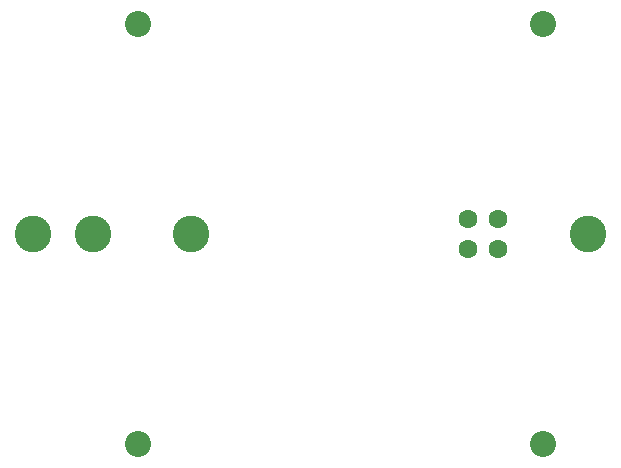
<source format=gbr>
G04 EAGLE Gerber X2 export*
%TF.Part,Single*%
%TF.FileFunction,Soldermask,Bot,1*%
%TF.FilePolarity,Negative*%
%TF.GenerationSoftware,Autodesk,EAGLE,8.6.0*%
%TF.CreationDate,2018-05-27T13:35:38Z*%
G75*
%MOMM*%
%FSLAX34Y34*%
%LPD*%
%AMOC8*
5,1,8,0,0,1.08239X$1,22.5*%
G01*
%ADD10C,3.101600*%
%ADD11C,2.201600*%
%ADD12C,1.601600*%


D10*
X88900Y349250D03*
X222250Y349250D03*
X558800Y349250D03*
X139700Y349250D03*
D11*
X520700Y527050D03*
X177800Y527050D03*
X520700Y171450D03*
X177800Y171450D03*
D12*
X482600Y336550D03*
X457200Y336550D03*
X457200Y361950D03*
X482600Y361950D03*
M02*

</source>
